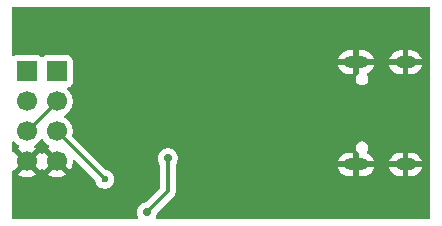
<source format=gbl>
%TF.GenerationSoftware,KiCad,Pcbnew,9.0.1-9.0.1-0~ubuntu24.10.1*%
%TF.CreationDate,2025-04-24T18:54:48+02:00*%
%TF.ProjectId,usb_uart_1V8,7573625f-7561-4727-945f-3156382e6b69,0.5*%
%TF.SameCoordinates,Original*%
%TF.FileFunction,Copper,L2,Bot*%
%TF.FilePolarity,Positive*%
%FSLAX46Y46*%
G04 Gerber Fmt 4.6, Leading zero omitted, Abs format (unit mm)*
G04 Created by KiCad (PCBNEW 9.0.1-9.0.1-0~ubuntu24.10.1) date 2025-04-24 18:54:48*
%MOMM*%
%LPD*%
G01*
G04 APERTURE LIST*
%TA.AperFunction,HeatsinkPad*%
%ADD10O,2.100000X1.000000*%
%TD*%
%TA.AperFunction,HeatsinkPad*%
%ADD11O,1.800000X1.000000*%
%TD*%
%TA.AperFunction,ComponentPad*%
%ADD12R,1.700000X1.700000*%
%TD*%
%TA.AperFunction,ComponentPad*%
%ADD13C,1.700000*%
%TD*%
%TA.AperFunction,ViaPad*%
%ADD14C,0.700000*%
%TD*%
%TA.AperFunction,ViaPad*%
%ADD15C,0.600000*%
%TD*%
%TA.AperFunction,Conductor*%
%ADD16C,0.300000*%
%TD*%
%TA.AperFunction,Conductor*%
%ADD17C,0.250000*%
%TD*%
G04 APERTURE END LIST*
D10*
%TO.P,J1,S1,SHIELD*%
%TO.N,GND*%
X162503000Y-133860000D03*
D11*
X166683000Y-133860000D03*
D10*
X162503000Y-125220000D03*
D11*
X166683000Y-125220000D03*
%TD*%
D12*
%TO.P,J2,1,Pin_1*%
%TO.N,VCC_TTL*%
X134620000Y-125984000D03*
%TO.P,J2,2,Pin_2*%
X137160000Y-125984000D03*
D13*
%TO.P,J2,3,Pin_3*%
%TO.N,/RX*%
X134620000Y-128524000D03*
%TO.P,J2,4,Pin_4*%
%TO.N,/TX*%
X137160000Y-128524000D03*
%TO.P,J2,5,Pin_5*%
X134620000Y-131064000D03*
%TO.P,J2,6,Pin_6*%
%TO.N,/RX*%
X137160000Y-131064000D03*
%TO.P,J2,7,Pin_7*%
%TO.N,GND*%
X134620000Y-133604000D03*
%TO.P,J2,8,Pin_8*%
X137160000Y-133604000D03*
%TD*%
D14*
%TO.N,GND*%
X159766000Y-133858000D03*
X152400000Y-133858000D03*
X142494000Y-129286000D03*
X136652000Y-122682000D03*
X151638000Y-130048000D03*
X155448000Y-130048000D03*
X149098000Y-130302000D03*
X142722506Y-134039161D03*
%TO.N,+3V3*%
X146558000Y-133350000D03*
X144780000Y-137922000D03*
D15*
%TO.N,/RX*%
X141224000Y-135128000D03*
%TD*%
D16*
%TO.N,+3V3*%
X146558000Y-136144000D02*
X144780000Y-137922000D01*
X146558000Y-133350000D02*
X146558000Y-136144000D01*
D17*
%TO.N,/TX*%
X137160000Y-128524000D02*
X134620000Y-131064000D01*
%TO.N,/RX*%
X141224000Y-135128000D02*
X137160000Y-131064000D01*
%TD*%
%TA.AperFunction,Conductor*%
%TO.N,GND*%
G36*
X168676539Y-120520185D02*
G01*
X168722294Y-120572989D01*
X168733500Y-120624500D01*
X168733500Y-138375500D01*
X168713815Y-138442539D01*
X168661011Y-138488294D01*
X168609500Y-138499500D01*
X145646945Y-138499500D01*
X145579906Y-138479815D01*
X145534151Y-138427011D01*
X145524207Y-138357853D01*
X145532384Y-138328047D01*
X145533703Y-138324863D01*
X145597816Y-138170082D01*
X145626718Y-138024781D01*
X145659102Y-137962870D01*
X145660596Y-137961349D01*
X147063277Y-136558669D01*
X147134465Y-136452127D01*
X147183501Y-136333743D01*
X147208500Y-136208069D01*
X147208500Y-136079931D01*
X147208500Y-133944931D01*
X147228185Y-133877892D01*
X147229398Y-133876040D01*
X147311703Y-133752863D01*
X147370879Y-133610000D01*
X160983138Y-133610000D01*
X161786012Y-133610000D01*
X161768795Y-133619940D01*
X161712940Y-133675795D01*
X161673444Y-133744204D01*
X161653000Y-133820504D01*
X161653000Y-133899496D01*
X161673444Y-133975796D01*
X161712940Y-134044205D01*
X161768795Y-134100060D01*
X161786012Y-134110000D01*
X160983138Y-134110000D01*
X160991430Y-134151690D01*
X160991430Y-134151692D01*
X161066807Y-134333671D01*
X161066814Y-134333684D01*
X161176248Y-134497462D01*
X161176251Y-134497466D01*
X161315533Y-134636748D01*
X161315537Y-134636751D01*
X161479315Y-134746185D01*
X161479328Y-134746192D01*
X161661306Y-134821569D01*
X161661318Y-134821572D01*
X161854504Y-134859999D01*
X161854508Y-134860000D01*
X162253000Y-134860000D01*
X162253000Y-134160000D01*
X162753000Y-134160000D01*
X162753000Y-134860000D01*
X163151492Y-134860000D01*
X163151495Y-134859999D01*
X163344681Y-134821572D01*
X163344693Y-134821569D01*
X163526671Y-134746192D01*
X163526684Y-134746185D01*
X163690462Y-134636751D01*
X163690466Y-134636748D01*
X163829748Y-134497466D01*
X163829751Y-134497462D01*
X163939185Y-134333684D01*
X163939192Y-134333671D01*
X164014569Y-134151692D01*
X164014569Y-134151690D01*
X164022862Y-134110000D01*
X163219988Y-134110000D01*
X163237205Y-134100060D01*
X163293060Y-134044205D01*
X163332556Y-133975796D01*
X163353000Y-133899496D01*
X163353000Y-133820504D01*
X163332556Y-133744204D01*
X163293060Y-133675795D01*
X163237205Y-133619940D01*
X163219988Y-133610000D01*
X164022862Y-133610000D01*
X165313138Y-133610000D01*
X166116012Y-133610000D01*
X166098795Y-133619940D01*
X166042940Y-133675795D01*
X166003444Y-133744204D01*
X165983000Y-133820504D01*
X165983000Y-133899496D01*
X166003444Y-133975796D01*
X166042940Y-134044205D01*
X166098795Y-134100060D01*
X166116012Y-134110000D01*
X165313138Y-134110000D01*
X165321430Y-134151690D01*
X165321430Y-134151692D01*
X165396807Y-134333671D01*
X165396814Y-134333684D01*
X165506248Y-134497462D01*
X165506251Y-134497466D01*
X165645533Y-134636748D01*
X165645537Y-134636751D01*
X165809315Y-134746185D01*
X165809328Y-134746192D01*
X165991306Y-134821569D01*
X165991318Y-134821572D01*
X166184504Y-134859999D01*
X166184508Y-134860000D01*
X166433000Y-134860000D01*
X166433000Y-134160000D01*
X166933000Y-134160000D01*
X166933000Y-134860000D01*
X167181492Y-134860000D01*
X167181495Y-134859999D01*
X167374681Y-134821572D01*
X167374693Y-134821569D01*
X167556671Y-134746192D01*
X167556684Y-134746185D01*
X167720462Y-134636751D01*
X167720466Y-134636748D01*
X167859748Y-134497466D01*
X167859751Y-134497462D01*
X167969185Y-134333684D01*
X167969192Y-134333671D01*
X168044569Y-134151692D01*
X168044569Y-134151690D01*
X168052862Y-134110000D01*
X167249988Y-134110000D01*
X167267205Y-134100060D01*
X167323060Y-134044205D01*
X167362556Y-133975796D01*
X167383000Y-133899496D01*
X167383000Y-133820504D01*
X167362556Y-133744204D01*
X167323060Y-133675795D01*
X167267205Y-133619940D01*
X167249988Y-133610000D01*
X168052862Y-133610000D01*
X168044569Y-133568309D01*
X168044569Y-133568307D01*
X167969192Y-133386328D01*
X167969185Y-133386315D01*
X167859751Y-133222537D01*
X167859748Y-133222533D01*
X167720466Y-133083251D01*
X167720462Y-133083248D01*
X167556684Y-132973814D01*
X167556671Y-132973807D01*
X167374693Y-132898430D01*
X167374681Y-132898427D01*
X167181495Y-132860000D01*
X166933000Y-132860000D01*
X166933000Y-133560000D01*
X166433000Y-133560000D01*
X166433000Y-132860000D01*
X166184504Y-132860000D01*
X165991318Y-132898427D01*
X165991306Y-132898430D01*
X165809328Y-132973807D01*
X165809315Y-132973814D01*
X165645537Y-133083248D01*
X165645533Y-133083251D01*
X165506251Y-133222533D01*
X165506248Y-133222537D01*
X165396814Y-133386315D01*
X165396807Y-133386328D01*
X165321430Y-133568307D01*
X165321430Y-133568309D01*
X165313138Y-133610000D01*
X164022862Y-133610000D01*
X164014569Y-133568309D01*
X164014569Y-133568307D01*
X163939192Y-133386328D01*
X163939185Y-133386315D01*
X163829751Y-133222537D01*
X163829748Y-133222533D01*
X163690466Y-133083251D01*
X163690462Y-133083248D01*
X163526684Y-132973814D01*
X163526675Y-132973809D01*
X163458800Y-132945695D01*
X163404397Y-132901854D01*
X163382332Y-132835560D01*
X163399611Y-132767861D01*
X163410946Y-132753270D01*
X163410555Y-132752970D01*
X163415497Y-132746528D01*
X163415502Y-132746524D01*
X163483369Y-132628975D01*
X163518500Y-132497867D01*
X163518500Y-132362133D01*
X163483369Y-132231025D01*
X163415502Y-132113476D01*
X163319524Y-132017498D01*
X163319522Y-132017497D01*
X163319520Y-132017495D01*
X163201978Y-131949632D01*
X163201979Y-131949632D01*
X163180184Y-131943792D01*
X163070867Y-131914500D01*
X162935133Y-131914500D01*
X162825816Y-131943792D01*
X162804021Y-131949632D01*
X162686479Y-132017495D01*
X162686473Y-132017500D01*
X162590500Y-132113473D01*
X162590495Y-132113479D01*
X162522632Y-132231021D01*
X162522631Y-132231025D01*
X162487500Y-132362133D01*
X162487500Y-132497867D01*
X162513875Y-132596297D01*
X162522632Y-132628978D01*
X162590495Y-132746520D01*
X162590497Y-132746522D01*
X162590498Y-132746524D01*
X162686476Y-132842502D01*
X162686477Y-132842503D01*
X162686479Y-132842504D01*
X162690998Y-132845113D01*
X162739214Y-132895679D01*
X162753000Y-132952501D01*
X162753000Y-133560000D01*
X162253000Y-133560000D01*
X162253000Y-132860000D01*
X161854504Y-132860000D01*
X161661318Y-132898427D01*
X161661306Y-132898430D01*
X161479328Y-132973807D01*
X161479315Y-132973814D01*
X161315537Y-133083248D01*
X161315533Y-133083251D01*
X161176251Y-133222533D01*
X161176248Y-133222537D01*
X161066814Y-133386315D01*
X161066807Y-133386328D01*
X160991430Y-133568307D01*
X160991430Y-133568309D01*
X160983138Y-133610000D01*
X147370879Y-133610000D01*
X147375816Y-133598082D01*
X147408500Y-133433767D01*
X147408500Y-133266233D01*
X147375816Y-133101918D01*
X147311703Y-132947137D01*
X147253480Y-132860000D01*
X147218626Y-132807837D01*
X147100162Y-132689373D01*
X146960860Y-132596295D01*
X146806082Y-132532184D01*
X146806074Y-132532182D01*
X146641771Y-132499500D01*
X146641767Y-132499500D01*
X146474233Y-132499500D01*
X146474228Y-132499500D01*
X146309925Y-132532182D01*
X146309917Y-132532184D01*
X146155139Y-132596295D01*
X146015837Y-132689373D01*
X145897373Y-132807837D01*
X145804295Y-132947139D01*
X145740184Y-133101917D01*
X145740182Y-133101925D01*
X145707500Y-133266228D01*
X145707500Y-133433771D01*
X145740182Y-133598074D01*
X145740184Y-133598082D01*
X145804295Y-133752860D01*
X145804296Y-133752862D01*
X145804297Y-133752863D01*
X145849493Y-133820504D01*
X145886602Y-133876040D01*
X145907480Y-133942717D01*
X145907500Y-133944931D01*
X145907500Y-135823192D01*
X145887815Y-135890231D01*
X145871181Y-135910873D01*
X144740708Y-137041345D01*
X144679385Y-137074830D01*
X144677219Y-137075281D01*
X144531923Y-137104182D01*
X144531917Y-137104184D01*
X144377139Y-137168295D01*
X144237837Y-137261373D01*
X144119373Y-137379837D01*
X144026295Y-137519139D01*
X143962184Y-137673917D01*
X143962182Y-137673925D01*
X143929500Y-137838228D01*
X143929500Y-138005771D01*
X143962182Y-138170074D01*
X143962184Y-138170082D01*
X144027616Y-138328047D01*
X144035085Y-138397516D01*
X144003810Y-138459996D01*
X143943721Y-138495648D01*
X143913055Y-138499500D01*
X133488500Y-138499500D01*
X133421461Y-138479815D01*
X133375706Y-138427011D01*
X133364500Y-138375500D01*
X133364500Y-134488823D01*
X133384185Y-134421784D01*
X133436989Y-134376029D01*
X133498230Y-134365205D01*
X133504728Y-134365716D01*
X134137037Y-133733408D01*
X134154075Y-133796993D01*
X134219901Y-133911007D01*
X134312993Y-134004099D01*
X134427007Y-134069925D01*
X134490590Y-134086962D01*
X133858282Y-134719269D01*
X133858282Y-134719270D01*
X133912449Y-134758624D01*
X134101782Y-134855095D01*
X134303870Y-134920757D01*
X134513754Y-134954000D01*
X134726246Y-134954000D01*
X134936127Y-134920757D01*
X134936130Y-134920757D01*
X135138217Y-134855095D01*
X135327554Y-134758622D01*
X135381716Y-134719270D01*
X135381717Y-134719270D01*
X134749408Y-134086962D01*
X134812993Y-134069925D01*
X134927007Y-134004099D01*
X135020099Y-133911007D01*
X135085925Y-133796993D01*
X135102962Y-133733408D01*
X135735270Y-134365717D01*
X135735270Y-134365716D01*
X135774622Y-134311554D01*
X135779514Y-134301954D01*
X135827488Y-134251157D01*
X135895308Y-134234361D01*
X135961444Y-134256897D01*
X136000486Y-134301954D01*
X136005375Y-134311550D01*
X136044728Y-134365716D01*
X136677037Y-133733408D01*
X136694075Y-133796993D01*
X136759901Y-133911007D01*
X136852993Y-134004099D01*
X136967007Y-134069925D01*
X137030590Y-134086962D01*
X136398282Y-134719269D01*
X136398282Y-134719270D01*
X136452449Y-134758624D01*
X136641782Y-134855095D01*
X136843870Y-134920757D01*
X137053754Y-134954000D01*
X137266246Y-134954000D01*
X137476127Y-134920757D01*
X137476130Y-134920757D01*
X137678217Y-134855095D01*
X137867554Y-134758622D01*
X137921716Y-134719270D01*
X137921717Y-134719270D01*
X137289408Y-134086962D01*
X137352993Y-134069925D01*
X137467007Y-134004099D01*
X137560099Y-133911007D01*
X137625925Y-133796993D01*
X137642962Y-133733408D01*
X138275270Y-134365717D01*
X138275270Y-134365716D01*
X138314622Y-134311554D01*
X138411095Y-134122217D01*
X138476757Y-133920130D01*
X138476757Y-133920127D01*
X138510000Y-133710246D01*
X138510000Y-133597952D01*
X138529685Y-133530913D01*
X138582489Y-133485158D01*
X138651647Y-133475214D01*
X138715203Y-133504239D01*
X138721681Y-133510271D01*
X140398205Y-135186795D01*
X140431690Y-135248118D01*
X140432141Y-135250285D01*
X140454261Y-135361489D01*
X140454264Y-135361501D01*
X140514602Y-135507172D01*
X140514609Y-135507185D01*
X140602210Y-135638288D01*
X140602213Y-135638292D01*
X140713707Y-135749786D01*
X140713711Y-135749789D01*
X140844814Y-135837390D01*
X140844827Y-135837397D01*
X140990498Y-135897735D01*
X140990503Y-135897737D01*
X141145153Y-135928499D01*
X141145156Y-135928500D01*
X141145158Y-135928500D01*
X141302844Y-135928500D01*
X141302845Y-135928499D01*
X141457497Y-135897737D01*
X141603179Y-135837394D01*
X141734289Y-135749789D01*
X141845789Y-135638289D01*
X141933394Y-135507179D01*
X141993737Y-135361497D01*
X142024500Y-135206842D01*
X142024500Y-135049158D01*
X142024500Y-135049155D01*
X142024499Y-135049153D01*
X141993738Y-134894510D01*
X141993737Y-134894503D01*
X141993735Y-134894498D01*
X141933397Y-134748827D01*
X141933390Y-134748814D01*
X141845789Y-134617711D01*
X141845786Y-134617707D01*
X141734292Y-134506213D01*
X141734288Y-134506210D01*
X141603185Y-134418609D01*
X141603172Y-134418602D01*
X141457501Y-134358264D01*
X141457489Y-134358261D01*
X141346285Y-134336141D01*
X141284374Y-134303756D01*
X141282795Y-134302205D01*
X138502428Y-131521838D01*
X138468943Y-131460515D01*
X138472177Y-131395841D01*
X138477246Y-131380243D01*
X138510500Y-131170287D01*
X138510500Y-130957713D01*
X138477246Y-130747757D01*
X138411557Y-130545588D01*
X138315051Y-130356184D01*
X138315049Y-130356181D01*
X138315048Y-130356179D01*
X138190109Y-130184213D01*
X138039786Y-130033890D01*
X137867820Y-129908951D01*
X137867115Y-129908591D01*
X137859054Y-129904485D01*
X137808259Y-129856512D01*
X137791463Y-129788692D01*
X137813999Y-129722556D01*
X137859054Y-129683515D01*
X137867816Y-129679051D01*
X137889789Y-129663086D01*
X138039786Y-129554109D01*
X138039788Y-129554106D01*
X138039792Y-129554104D01*
X138190104Y-129403792D01*
X138190106Y-129403788D01*
X138190109Y-129403786D01*
X138315048Y-129231820D01*
X138315047Y-129231820D01*
X138315051Y-129231816D01*
X138411557Y-129042412D01*
X138477246Y-128840243D01*
X138510500Y-128630287D01*
X138510500Y-128417713D01*
X138477246Y-128207757D01*
X138411557Y-128005588D01*
X138315051Y-127816184D01*
X138315049Y-127816181D01*
X138315048Y-127816179D01*
X138190109Y-127644213D01*
X138076569Y-127530673D01*
X138043084Y-127469350D01*
X138048068Y-127399658D01*
X138089940Y-127343725D01*
X138120915Y-127326810D01*
X138252331Y-127277796D01*
X138367546Y-127191546D01*
X138453796Y-127076331D01*
X138504091Y-126941483D01*
X138510500Y-126881873D01*
X138510499Y-125086128D01*
X138504091Y-125026517D01*
X138483012Y-124970000D01*
X160983138Y-124970000D01*
X161786012Y-124970000D01*
X161768795Y-124979940D01*
X161712940Y-125035795D01*
X161673444Y-125104204D01*
X161653000Y-125180504D01*
X161653000Y-125259496D01*
X161673444Y-125335796D01*
X161712940Y-125404205D01*
X161768795Y-125460060D01*
X161786012Y-125470000D01*
X160983138Y-125470000D01*
X160991430Y-125511690D01*
X160991430Y-125511692D01*
X161066807Y-125693671D01*
X161066814Y-125693684D01*
X161176248Y-125857462D01*
X161176251Y-125857466D01*
X161315533Y-125996748D01*
X161315537Y-125996751D01*
X161479315Y-126106185D01*
X161479328Y-126106192D01*
X161661306Y-126181569D01*
X161661318Y-126181572D01*
X161854504Y-126219999D01*
X161854508Y-126220000D01*
X162253000Y-126220000D01*
X162253000Y-125520000D01*
X162753000Y-125520000D01*
X162753000Y-126127499D01*
X162733315Y-126194538D01*
X162691002Y-126234884D01*
X162686476Y-126237498D01*
X162686473Y-126237500D01*
X162590500Y-126333473D01*
X162590495Y-126333479D01*
X162522632Y-126451021D01*
X162522631Y-126451025D01*
X162487500Y-126582133D01*
X162487500Y-126717867D01*
X162522631Y-126848975D01*
X162522632Y-126848978D01*
X162590495Y-126966520D01*
X162590497Y-126966522D01*
X162590498Y-126966524D01*
X162686476Y-127062502D01*
X162686477Y-127062503D01*
X162686479Y-127062504D01*
X162804021Y-127130367D01*
X162804022Y-127130367D01*
X162804025Y-127130369D01*
X162935133Y-127165500D01*
X162935135Y-127165500D01*
X163070865Y-127165500D01*
X163070867Y-127165500D01*
X163201975Y-127130369D01*
X163319524Y-127062502D01*
X163415502Y-126966524D01*
X163483369Y-126848975D01*
X163518500Y-126717867D01*
X163518500Y-126582133D01*
X163483369Y-126451025D01*
X163415502Y-126333476D01*
X163415499Y-126333473D01*
X163410555Y-126327030D01*
X163412542Y-126325504D01*
X163385087Y-126275223D01*
X163390071Y-126205531D01*
X163431943Y-126149598D01*
X163458802Y-126134303D01*
X163526677Y-126106189D01*
X163526684Y-126106185D01*
X163690462Y-125996751D01*
X163690466Y-125996748D01*
X163829748Y-125857466D01*
X163829751Y-125857462D01*
X163939185Y-125693684D01*
X163939192Y-125693671D01*
X164014569Y-125511692D01*
X164014569Y-125511690D01*
X164022862Y-125470000D01*
X163219988Y-125470000D01*
X163237205Y-125460060D01*
X163293060Y-125404205D01*
X163332556Y-125335796D01*
X163353000Y-125259496D01*
X163353000Y-125180504D01*
X163332556Y-125104204D01*
X163293060Y-125035795D01*
X163237205Y-124979940D01*
X163219988Y-124970000D01*
X164022862Y-124970000D01*
X165313138Y-124970000D01*
X166116012Y-124970000D01*
X166098795Y-124979940D01*
X166042940Y-125035795D01*
X166003444Y-125104204D01*
X165983000Y-125180504D01*
X165983000Y-125259496D01*
X166003444Y-125335796D01*
X166042940Y-125404205D01*
X166098795Y-125460060D01*
X166116012Y-125470000D01*
X165313138Y-125470000D01*
X165321430Y-125511690D01*
X165321430Y-125511692D01*
X165396807Y-125693671D01*
X165396814Y-125693684D01*
X165506248Y-125857462D01*
X165506251Y-125857466D01*
X165645533Y-125996748D01*
X165645537Y-125996751D01*
X165809315Y-126106185D01*
X165809328Y-126106192D01*
X165991306Y-126181569D01*
X165991318Y-126181572D01*
X166184504Y-126219999D01*
X166184508Y-126220000D01*
X166433000Y-126220000D01*
X166433000Y-125520000D01*
X166933000Y-125520000D01*
X166933000Y-126220000D01*
X167181492Y-126220000D01*
X167181495Y-126219999D01*
X167374681Y-126181572D01*
X167374693Y-126181569D01*
X167556671Y-126106192D01*
X167556684Y-126106185D01*
X167720462Y-125996751D01*
X167720466Y-125996748D01*
X167859748Y-125857466D01*
X167859751Y-125857462D01*
X167969185Y-125693684D01*
X167969192Y-125693671D01*
X168044569Y-125511692D01*
X168044569Y-125511690D01*
X168052862Y-125470000D01*
X167249988Y-125470000D01*
X167267205Y-125460060D01*
X167323060Y-125404205D01*
X167362556Y-125335796D01*
X167383000Y-125259496D01*
X167383000Y-125180504D01*
X167362556Y-125104204D01*
X167323060Y-125035795D01*
X167267205Y-124979940D01*
X167249988Y-124970000D01*
X168052862Y-124970000D01*
X168044569Y-124928309D01*
X168044569Y-124928307D01*
X167969192Y-124746328D01*
X167969185Y-124746315D01*
X167859751Y-124582537D01*
X167859748Y-124582533D01*
X167720466Y-124443251D01*
X167720462Y-124443248D01*
X167556684Y-124333814D01*
X167556671Y-124333807D01*
X167374693Y-124258430D01*
X167374681Y-124258427D01*
X167181495Y-124220000D01*
X166933000Y-124220000D01*
X166933000Y-124920000D01*
X166433000Y-124920000D01*
X166433000Y-124220000D01*
X166184504Y-124220000D01*
X165991318Y-124258427D01*
X165991306Y-124258430D01*
X165809328Y-124333807D01*
X165809315Y-124333814D01*
X165645537Y-124443248D01*
X165645533Y-124443251D01*
X165506251Y-124582533D01*
X165506248Y-124582537D01*
X165396814Y-124746315D01*
X165396807Y-124746328D01*
X165321430Y-124928307D01*
X165321430Y-124928309D01*
X165313138Y-124970000D01*
X164022862Y-124970000D01*
X164014569Y-124928309D01*
X164014569Y-124928307D01*
X163939192Y-124746328D01*
X163939185Y-124746315D01*
X163829751Y-124582537D01*
X163829748Y-124582533D01*
X163690466Y-124443251D01*
X163690462Y-124443248D01*
X163526684Y-124333814D01*
X163526671Y-124333807D01*
X163344693Y-124258430D01*
X163344681Y-124258427D01*
X163151495Y-124220000D01*
X162753000Y-124220000D01*
X162753000Y-124920000D01*
X162253000Y-124920000D01*
X162253000Y-124220000D01*
X161854504Y-124220000D01*
X161661318Y-124258427D01*
X161661306Y-124258430D01*
X161479328Y-124333807D01*
X161479315Y-124333814D01*
X161315537Y-124443248D01*
X161315533Y-124443251D01*
X161176251Y-124582533D01*
X161176248Y-124582537D01*
X161066814Y-124746315D01*
X161066807Y-124746328D01*
X160991430Y-124928307D01*
X160991430Y-124928309D01*
X160983138Y-124970000D01*
X138483012Y-124970000D01*
X138453796Y-124891669D01*
X138453795Y-124891668D01*
X138453793Y-124891664D01*
X138367547Y-124776455D01*
X138367544Y-124776452D01*
X138252335Y-124690206D01*
X138252328Y-124690202D01*
X138117482Y-124639908D01*
X138117483Y-124639908D01*
X138057883Y-124633501D01*
X138057881Y-124633500D01*
X138057873Y-124633500D01*
X138057864Y-124633500D01*
X136262129Y-124633500D01*
X136262123Y-124633501D01*
X136202516Y-124639908D01*
X136067671Y-124690202D01*
X136067669Y-124690203D01*
X135964311Y-124767578D01*
X135898847Y-124791995D01*
X135830574Y-124777144D01*
X135815689Y-124767578D01*
X135787285Y-124746315D01*
X135712331Y-124690204D01*
X135712330Y-124690203D01*
X135712328Y-124690202D01*
X135577482Y-124639908D01*
X135577483Y-124639908D01*
X135517883Y-124633501D01*
X135517881Y-124633500D01*
X135517873Y-124633500D01*
X135517864Y-124633500D01*
X133722129Y-124633500D01*
X133722123Y-124633501D01*
X133662515Y-124639909D01*
X133531832Y-124688650D01*
X133462141Y-124693634D01*
X133400818Y-124660148D01*
X133367334Y-124598825D01*
X133364500Y-124572468D01*
X133364500Y-120624500D01*
X133384185Y-120557461D01*
X133436989Y-120511706D01*
X133488500Y-120500500D01*
X168609500Y-120500500D01*
X168676539Y-120520185D01*
G37*
%TD.AperFunction*%
%TA.AperFunction,Conductor*%
G36*
X133569703Y-131921481D02*
G01*
X133588822Y-131942315D01*
X133589890Y-131943785D01*
X133589894Y-131943790D01*
X133740213Y-132094109D01*
X133912179Y-132219048D01*
X133912181Y-132219049D01*
X133912184Y-132219051D01*
X133921493Y-132223794D01*
X133972290Y-132271766D01*
X133989087Y-132339587D01*
X133966552Y-132405722D01*
X133921505Y-132444760D01*
X133912446Y-132449376D01*
X133912440Y-132449380D01*
X133858282Y-132488727D01*
X133858282Y-132488728D01*
X134490591Y-133121037D01*
X134427007Y-133138075D01*
X134312993Y-133203901D01*
X134219901Y-133296993D01*
X134154075Y-133411007D01*
X134137037Y-133474591D01*
X133504727Y-132842281D01*
X133498228Y-132842793D01*
X133429851Y-132828428D01*
X133380094Y-132779377D01*
X133364500Y-132719175D01*
X133364500Y-132015194D01*
X133384185Y-131948155D01*
X133436989Y-131902400D01*
X133506147Y-131892456D01*
X133569703Y-131921481D01*
G37*
%TD.AperFunction*%
%TA.AperFunction,Conductor*%
G36*
X135961444Y-131717999D02*
G01*
X136000486Y-131763056D01*
X136004951Y-131771820D01*
X136129890Y-131943786D01*
X136280213Y-132094109D01*
X136452179Y-132219048D01*
X136452181Y-132219049D01*
X136452184Y-132219051D01*
X136461493Y-132223794D01*
X136512290Y-132271766D01*
X136529087Y-132339587D01*
X136506552Y-132405722D01*
X136461505Y-132444760D01*
X136452446Y-132449376D01*
X136452440Y-132449380D01*
X136398282Y-132488727D01*
X136398282Y-132488728D01*
X137030591Y-133121037D01*
X136967007Y-133138075D01*
X136852993Y-133203901D01*
X136759901Y-133296993D01*
X136694075Y-133411007D01*
X136677037Y-133474591D01*
X136044728Y-132842282D01*
X136044727Y-132842282D01*
X136005380Y-132896440D01*
X136000483Y-132906051D01*
X135952506Y-132956845D01*
X135884684Y-132973638D01*
X135818550Y-132951098D01*
X135779516Y-132906048D01*
X135774626Y-132896452D01*
X135735270Y-132842282D01*
X135735269Y-132842282D01*
X135102962Y-133474590D01*
X135085925Y-133411007D01*
X135020099Y-133296993D01*
X134927007Y-133203901D01*
X134812993Y-133138075D01*
X134749409Y-133121037D01*
X135381716Y-132488728D01*
X135327547Y-132449373D01*
X135327547Y-132449372D01*
X135318500Y-132444763D01*
X135267706Y-132396788D01*
X135250912Y-132328966D01*
X135273451Y-132262832D01*
X135318508Y-132223793D01*
X135327816Y-132219051D01*
X135407007Y-132161515D01*
X135499786Y-132094109D01*
X135499788Y-132094106D01*
X135499792Y-132094104D01*
X135650104Y-131943792D01*
X135650106Y-131943788D01*
X135650109Y-131943786D01*
X135775048Y-131771820D01*
X135775047Y-131771820D01*
X135775051Y-131771816D01*
X135779514Y-131763054D01*
X135827488Y-131712259D01*
X135895308Y-131695463D01*
X135961444Y-131717999D01*
G37*
%TD.AperFunction*%
%TD*%
M02*

</source>
